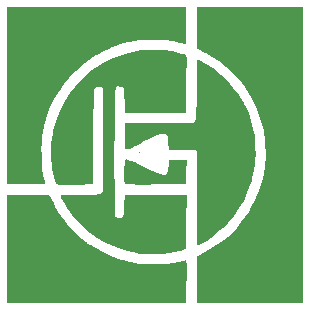
<source format=gbr>
%TF.GenerationSoftware,KiCad,Pcbnew,7.0.2*%
%TF.CreationDate,2023-09-15T20:55:41+09:00*%
%TF.ProjectId,namePlatePCB,6e616d65-506c-4617-9465-5043422e6b69,rev?*%
%TF.SameCoordinates,Original*%
%TF.FileFunction,Soldermask,Top*%
%TF.FilePolarity,Negative*%
%FSLAX46Y46*%
G04 Gerber Fmt 4.6, Leading zero omitted, Abs format (unit mm)*
G04 Created by KiCad (PCBNEW 7.0.2) date 2023-09-15 20:55:41*
%MOMM*%
%LPD*%
G01*
G04 APERTURE LIST*
G04 APERTURE END LIST*
%TO.C,G\u002A\u002A\u002A*%
G36*
X121184389Y-74797361D02*
G01*
X121186207Y-74812315D01*
X121138599Y-74873059D01*
X121123645Y-74874877D01*
X121062901Y-74827269D01*
X121061084Y-74812315D01*
X121108691Y-74751571D01*
X121123645Y-74749753D01*
X121184389Y-74797361D01*
G37*
G36*
X125127586Y-64051724D02*
G01*
X125126264Y-64554996D01*
X125121896Y-64945005D01*
X125113879Y-65233586D01*
X125101612Y-65432575D01*
X125084490Y-65553809D01*
X125061912Y-65609122D01*
X125047949Y-65615763D01*
X124956898Y-65600311D01*
X124774770Y-65558634D01*
X124531118Y-65497749D01*
X124344132Y-65448624D01*
X124129973Y-65393236D01*
X123941749Y-65351553D01*
X123756101Y-65321590D01*
X123549669Y-65301362D01*
X123299095Y-65288884D01*
X122981020Y-65282170D01*
X122572083Y-65279236D01*
X122343596Y-65278601D01*
X121891173Y-65278205D01*
X121539364Y-65280665D01*
X121263657Y-65288247D01*
X121039545Y-65303213D01*
X120842517Y-65327829D01*
X120648066Y-65364358D01*
X120431681Y-65415064D01*
X120185221Y-65477976D01*
X119817671Y-65574333D01*
X119539066Y-65651531D01*
X119316754Y-65719899D01*
X119118081Y-65789765D01*
X118910395Y-65871458D01*
X118808867Y-65913344D01*
X118602612Y-66003265D01*
X118368527Y-66111481D01*
X118136122Y-66223524D01*
X117934906Y-66324930D01*
X117794390Y-66401232D01*
X117745320Y-66434712D01*
X117673754Y-66486230D01*
X117535421Y-66564604D01*
X117495074Y-66585515D01*
X117246613Y-66731537D01*
X116938163Y-66942373D01*
X116599273Y-67195438D01*
X116259490Y-67468144D01*
X115948361Y-67737904D01*
X115779856Y-67896670D01*
X115496722Y-68183511D01*
X115223729Y-68475553D01*
X114974772Y-68756327D01*
X114763746Y-69009362D01*
X114604545Y-69218188D01*
X114511065Y-69366333D01*
X114492118Y-69423138D01*
X114452855Y-69500786D01*
X114445197Y-69505008D01*
X114366716Y-69583151D01*
X114249681Y-69753727D01*
X114105920Y-69994640D01*
X113947262Y-70283791D01*
X113785538Y-70599085D01*
X113632575Y-70918423D01*
X113500202Y-71219709D01*
X113425366Y-71410105D01*
X113242492Y-71963220D01*
X113082661Y-72552756D01*
X112961634Y-73118088D01*
X112927368Y-73325558D01*
X112896138Y-73634139D01*
X112877891Y-74027807D01*
X112871850Y-74478510D01*
X112877238Y-74958197D01*
X112893279Y-75438813D01*
X112919195Y-75892308D01*
X112954210Y-76290628D01*
X112997546Y-76605721D01*
X113021388Y-76720443D01*
X113080296Y-76966030D01*
X113130542Y-77186009D01*
X113160783Y-77330418D01*
X113192526Y-77502463D01*
X111590105Y-77502463D01*
X109987685Y-77502463D01*
X109987685Y-69995074D01*
X109987685Y-62487685D01*
X117557635Y-62487685D01*
X125127586Y-62487685D01*
X125127586Y-64051724D01*
G37*
G36*
X120191251Y-75410751D02*
G01*
X120422761Y-75496017D01*
X120761285Y-75643152D01*
X121206123Y-75851858D01*
X121568933Y-76028770D01*
X122055501Y-76265499D01*
X122445392Y-76446053D01*
X122751697Y-76574313D01*
X122987506Y-76654161D01*
X123165911Y-76689477D01*
X123300001Y-76684143D01*
X123402869Y-76642040D01*
X123465142Y-76590945D01*
X123539121Y-76494271D01*
X123588433Y-76362356D01*
X123619460Y-76167040D01*
X123638585Y-75880161D01*
X123641387Y-75813300D01*
X123657389Y-75406650D01*
X124408128Y-75406650D01*
X125158867Y-75406650D01*
X125141311Y-76435618D01*
X125134662Y-76779724D01*
X125127445Y-77076496D01*
X125120291Y-77304946D01*
X125113831Y-77444089D01*
X125110030Y-77477140D01*
X125043392Y-77483158D01*
X124867668Y-77488824D01*
X124598897Y-77494073D01*
X124253116Y-77498842D01*
X123846362Y-77503064D01*
X123394674Y-77506678D01*
X122914089Y-77509618D01*
X122420644Y-77511820D01*
X121930377Y-77513220D01*
X121459326Y-77513755D01*
X121023528Y-77513359D01*
X120639021Y-77511969D01*
X120321843Y-77509520D01*
X120088030Y-77505949D01*
X119953622Y-77501191D01*
X119927545Y-77497871D01*
X119907989Y-77424938D01*
X119893730Y-77245919D01*
X119885498Y-76979769D01*
X119884028Y-76645441D01*
X119886452Y-76434234D01*
X119903694Y-75406650D01*
X120067455Y-75387654D01*
X120191251Y-75410751D01*
G37*
G36*
X126206145Y-66963510D02*
G01*
X126407174Y-67056477D01*
X126662638Y-67195115D01*
X126948714Y-67366083D01*
X127241580Y-67556038D01*
X127406089Y-67670316D01*
X127731478Y-67924157D01*
X128096983Y-68244046D01*
X128471984Y-68600193D01*
X128825865Y-68962807D01*
X129128004Y-69302097D01*
X129281076Y-69494581D01*
X129414953Y-69671870D01*
X129520021Y-69806634D01*
X129573649Y-69869847D01*
X129573768Y-69869951D01*
X129622130Y-69939010D01*
X129705665Y-70080946D01*
X129761808Y-70182758D01*
X129855203Y-70349727D01*
X129926611Y-70466095D01*
X129949135Y-70495566D01*
X129991205Y-70567793D01*
X130057853Y-70715917D01*
X130095474Y-70808374D01*
X130172836Y-70989765D01*
X130241497Y-71125671D01*
X130264207Y-71160073D01*
X130323149Y-71270945D01*
X130405144Y-71479262D01*
X130502339Y-71761226D01*
X130606877Y-72093034D01*
X130710906Y-72450888D01*
X130798497Y-72779064D01*
X130867855Y-73080324D01*
X130918168Y-73376283D01*
X130953564Y-73702193D01*
X130978173Y-74093309D01*
X130991159Y-74423735D01*
X131001672Y-74970679D01*
X130990660Y-75434911D01*
X130953848Y-75857651D01*
X130886958Y-76280117D01*
X130785713Y-76743527D01*
X130725237Y-76986439D01*
X130656860Y-77220735D01*
X130558837Y-77514306D01*
X130441372Y-77840849D01*
X130314668Y-78174061D01*
X130188929Y-78487637D01*
X130074360Y-78755275D01*
X129981163Y-78950669D01*
X129930479Y-79035221D01*
X129877145Y-79111474D01*
X129772239Y-79266761D01*
X129632916Y-79475563D01*
X129530928Y-79629556D01*
X129350332Y-79889964D01*
X129161631Y-80140723D01*
X128994738Y-80342849D01*
X128931326Y-80410980D01*
X128771950Y-80583092D01*
X128637622Y-80748632D01*
X128586721Y-80823442D01*
X128466392Y-80975848D01*
X128349898Y-81074284D01*
X128204452Y-81177754D01*
X127985674Y-81349642D01*
X127712918Y-81574309D01*
X127405537Y-81836116D01*
X127383184Y-81855464D01*
X127200414Y-82003583D01*
X126976407Y-82171474D01*
X126848029Y-82262033D01*
X126554095Y-82455287D01*
X126340418Y-82575217D01*
X126190961Y-82628393D01*
X126089683Y-82621382D01*
X126045156Y-82590804D01*
X126037828Y-82522537D01*
X126030910Y-82339885D01*
X126024515Y-82053585D01*
X126018757Y-81674375D01*
X126013748Y-81212993D01*
X126009601Y-80680176D01*
X126006431Y-80086662D01*
X126004349Y-79443188D01*
X126003470Y-78760492D01*
X126003448Y-78633193D01*
X126003448Y-74717290D01*
X125864879Y-74630752D01*
X125758954Y-74591055D01*
X125582037Y-74566413D01*
X125316261Y-74555390D01*
X124943761Y-74556551D01*
X124942096Y-74556577D01*
X124623289Y-74563004D01*
X124334309Y-74571375D01*
X124106876Y-74580608D01*
X123972707Y-74589622D01*
X123972383Y-74589658D01*
X123813460Y-74599380D01*
X123712357Y-74571362D01*
X123656090Y-74484226D01*
X123631674Y-74316592D01*
X123626126Y-74047080D01*
X123626108Y-74019489D01*
X123619651Y-73696029D01*
X123592802Y-73477351D01*
X123534342Y-73343451D01*
X123433053Y-73274324D01*
X123277716Y-73249967D01*
X123193616Y-73248276D01*
X122949900Y-73270297D01*
X122709994Y-73325297D01*
X122648404Y-73347371D01*
X122323662Y-73489246D01*
X121945922Y-73668326D01*
X121554833Y-73864581D01*
X121190046Y-74057981D01*
X120891210Y-74228496D01*
X120831122Y-74265409D01*
X120554383Y-74421779D01*
X120332385Y-74504074D01*
X120163700Y-74525823D01*
X119903694Y-74530788D01*
X119903694Y-73435960D01*
X119903694Y-72341133D01*
X122834022Y-72309852D01*
X125764351Y-72278571D01*
X125883899Y-72130877D01*
X125913706Y-72088479D01*
X125938111Y-72034032D01*
X125957652Y-71955501D01*
X125972866Y-71840852D01*
X125984291Y-71678053D01*
X125992466Y-71455071D01*
X125997928Y-71159871D01*
X126001215Y-70780420D01*
X126002864Y-70304686D01*
X126003415Y-69720634D01*
X126003448Y-69456369D01*
X126004186Y-68804583D01*
X126006605Y-68268256D01*
X126011010Y-67837733D01*
X126017706Y-67503358D01*
X126026999Y-67255474D01*
X126039194Y-67084427D01*
X126054597Y-66980560D01*
X126073513Y-66934217D01*
X126083375Y-66929556D01*
X126206145Y-66963510D01*
G37*
G36*
X123169690Y-66136213D02*
G01*
X123561225Y-66166483D01*
X123657389Y-66178241D01*
X123935139Y-66224036D01*
X124234592Y-66286507D01*
X124529499Y-66358519D01*
X124793610Y-66432935D01*
X125000676Y-66502620D01*
X125124445Y-66560437D01*
X125147101Y-66583230D01*
X125151420Y-66658369D01*
X125153988Y-66844585D01*
X125154838Y-67127843D01*
X125154009Y-67494110D01*
X125151536Y-67929351D01*
X125147456Y-68419533D01*
X125141805Y-68950622D01*
X125140727Y-69041010D01*
X125111738Y-71433990D01*
X122992568Y-71447892D01*
X122464585Y-71451313D01*
X121954858Y-71454535D01*
X121482511Y-71457443D01*
X121066666Y-71459922D01*
X120726447Y-71461858D01*
X120480976Y-71463135D01*
X120388547Y-71463533D01*
X119903694Y-71465271D01*
X119903141Y-70419939D01*
X119901363Y-70004193D01*
X119892827Y-69697120D01*
X119871975Y-69482277D01*
X119833248Y-69343219D01*
X119771088Y-69263503D01*
X119679937Y-69226685D01*
X119554236Y-69216321D01*
X119496150Y-69215898D01*
X119420830Y-69213104D01*
X119354745Y-69209820D01*
X119297283Y-69213691D01*
X119247831Y-69232362D01*
X119205778Y-69273478D01*
X119170512Y-69344685D01*
X119141420Y-69453627D01*
X119117891Y-69607950D01*
X119099312Y-69815298D01*
X119085070Y-70083318D01*
X119074555Y-70419654D01*
X119067154Y-70831951D01*
X119062254Y-71327854D01*
X119059244Y-71915009D01*
X119057511Y-72601061D01*
X119056443Y-73393656D01*
X119055429Y-74300437D01*
X119054857Y-74727458D01*
X119053887Y-75755348D01*
X119054197Y-76662837D01*
X119055840Y-77454641D01*
X119058871Y-78135477D01*
X119063345Y-78710062D01*
X119069315Y-79183110D01*
X119076838Y-79559339D01*
X119085966Y-79843465D01*
X119096754Y-80040204D01*
X119109257Y-80154272D01*
X119117859Y-80185481D01*
X119209323Y-80281167D01*
X119369445Y-80316378D01*
X119426987Y-80317734D01*
X119586995Y-80307704D01*
X119703444Y-80266168D01*
X119783724Y-80175961D01*
X119835229Y-80019913D01*
X119865350Y-79780858D01*
X119881479Y-79441630D01*
X119886149Y-79251366D01*
X119903694Y-78409606D01*
X120216502Y-78378325D01*
X120350474Y-78371976D01*
X120593192Y-78367756D01*
X120928298Y-78365668D01*
X121339434Y-78365709D01*
X121810241Y-78367881D01*
X122324361Y-78372183D01*
X122844088Y-78378325D01*
X125158867Y-78409606D01*
X125135261Y-80693103D01*
X125129518Y-81214459D01*
X125123544Y-81694866D01*
X125117566Y-82120330D01*
X125111811Y-82476855D01*
X125106504Y-82750447D01*
X125101871Y-82927109D01*
X125098139Y-82992847D01*
X125098094Y-82992914D01*
X125035808Y-83014786D01*
X124879217Y-83060404D01*
X124655137Y-83122120D01*
X124496084Y-83164584D01*
X124110638Y-83245609D01*
X123640459Y-83312129D01*
X123118346Y-83362373D01*
X122577100Y-83394575D01*
X122049522Y-83406964D01*
X121568412Y-83397774D01*
X121166570Y-83365236D01*
X121061084Y-83349773D01*
X120103789Y-83140891D01*
X119185458Y-82846170D01*
X118327237Y-82474065D01*
X117550273Y-82033031D01*
X117247679Y-81825211D01*
X116991670Y-81622192D01*
X116684551Y-81353299D01*
X116355053Y-81046180D01*
X116031905Y-80728481D01*
X115743837Y-80427848D01*
X115519581Y-80171930D01*
X115486092Y-80130049D01*
X115263975Y-79831999D01*
X115047700Y-79515926D01*
X114850155Y-79203508D01*
X114684229Y-78916425D01*
X114562812Y-78676353D01*
X114498791Y-78504971D01*
X114492118Y-78458252D01*
X114491086Y-78429203D01*
X114497447Y-78406794D01*
X114525384Y-78390310D01*
X114589081Y-78379035D01*
X114702722Y-78372254D01*
X114880490Y-78369253D01*
X115136571Y-78369317D01*
X115485147Y-78371730D01*
X115940402Y-78375778D01*
X116100007Y-78377206D01*
X116639353Y-78379609D01*
X117067362Y-78374851D01*
X117397718Y-78360905D01*
X117644103Y-78335744D01*
X117820198Y-78297343D01*
X117939687Y-78243674D01*
X118016250Y-78172711D01*
X118062008Y-78086593D01*
X118072912Y-77995718D01*
X118082974Y-77788000D01*
X118092085Y-77471717D01*
X118100135Y-77055146D01*
X118107015Y-76546566D01*
X118112618Y-75954254D01*
X118116833Y-75286488D01*
X118119553Y-74551547D01*
X118120667Y-73757707D01*
X118120689Y-73625692D01*
X118120689Y-69319137D01*
X117948645Y-69260677D01*
X117748859Y-69233812D01*
X117544107Y-69267959D01*
X117383447Y-69350774D01*
X117329700Y-69416439D01*
X117320068Y-69496725D01*
X117310440Y-69691247D01*
X117301004Y-69989115D01*
X117291952Y-70379442D01*
X117283473Y-70851341D01*
X117275757Y-71393922D01*
X117268995Y-71996299D01*
X117263377Y-72647583D01*
X117259092Y-73336887D01*
X117258282Y-73506926D01*
X117240457Y-77487990D01*
X115756805Y-77515998D01*
X115333817Y-77521868D01*
X114949170Y-77523193D01*
X114621652Y-77520234D01*
X114370054Y-77513250D01*
X114213168Y-77502499D01*
X114171818Y-77494113D01*
X114093560Y-77397852D01*
X114012469Y-77197149D01*
X113932371Y-76912506D01*
X113857094Y-76564426D01*
X113790466Y-76173414D01*
X113736313Y-75759970D01*
X113698462Y-75344600D01*
X113680741Y-74947806D01*
X113679910Y-74858824D01*
X113690151Y-74491138D01*
X113719199Y-74077252D01*
X113762919Y-73652947D01*
X113817178Y-73254004D01*
X113877839Y-72916203D01*
X113927449Y-72716502D01*
X114213735Y-71854180D01*
X114522503Y-71095244D01*
X114866228Y-70418361D01*
X115257381Y-69802196D01*
X115708438Y-69225412D01*
X116231871Y-68666677D01*
X116378054Y-68524877D01*
X117181964Y-67840245D01*
X118040161Y-67267948D01*
X118955216Y-66806694D01*
X119929698Y-66455194D01*
X120966175Y-66212156D01*
X120991077Y-66207778D01*
X121329765Y-66165143D01*
X121754918Y-66136250D01*
X122228588Y-66121516D01*
X122712828Y-66121364D01*
X123169690Y-66136213D01*
G37*
G36*
X135012315Y-75000000D02*
G01*
X135012315Y-87512315D01*
X130507882Y-87512315D01*
X126003448Y-87512315D01*
X126004406Y-85588547D01*
X126006090Y-85108226D01*
X126010401Y-84667173D01*
X126016967Y-84281238D01*
X126025413Y-83966271D01*
X126035368Y-83738119D01*
X126046458Y-83612633D01*
X126051327Y-83594414D01*
X126123722Y-83538742D01*
X126283195Y-83443636D01*
X126504029Y-83323814D01*
X126691625Y-83227989D01*
X127402832Y-82839795D01*
X128033870Y-82417370D01*
X128629669Y-81928820D01*
X128964275Y-81614849D01*
X129414038Y-81157041D01*
X129791416Y-80727447D01*
X130120811Y-80292712D01*
X130426626Y-79819478D01*
X130733265Y-79274388D01*
X130874351Y-79003941D01*
X131297032Y-78043847D01*
X131604329Y-77046822D01*
X131796242Y-76024336D01*
X131872772Y-74987854D01*
X131833919Y-73948845D01*
X131679683Y-72918776D01*
X131410063Y-71909116D01*
X131025061Y-70931332D01*
X130874257Y-70620689D01*
X130598125Y-70092210D01*
X130350297Y-69653366D01*
X130112248Y-69277762D01*
X129865455Y-68939005D01*
X129591392Y-68610700D01*
X129271536Y-68266453D01*
X129097276Y-68088785D01*
X128510916Y-67536804D01*
X127933785Y-67076709D01*
X127331459Y-66683126D01*
X126797379Y-66393609D01*
X126526362Y-66254116D01*
X126296462Y-66128605D01*
X126131019Y-66030322D01*
X126053369Y-65972514D01*
X126051953Y-65970530D01*
X126039642Y-65890779D01*
X126028481Y-65702884D01*
X126018924Y-65423820D01*
X126011425Y-65070565D01*
X126006438Y-64660094D01*
X126004418Y-64209386D01*
X126004406Y-64192487D01*
X126003448Y-62487685D01*
X130507882Y-62487685D01*
X135012315Y-62487685D01*
X135012315Y-75000000D01*
G37*
G36*
X113907094Y-79097690D02*
G01*
X114052096Y-79381981D01*
X114188126Y-79633952D01*
X114300510Y-79827359D01*
X114374573Y-79935955D01*
X114377898Y-79939655D01*
X114463057Y-80045768D01*
X114492118Y-80106108D01*
X114535079Y-80203861D01*
X114653888Y-80371280D01*
X114833435Y-80592109D01*
X115058610Y-80850095D01*
X115314301Y-81128981D01*
X115585399Y-81412514D01*
X115856794Y-81684438D01*
X116113373Y-81928499D01*
X116340028Y-82128442D01*
X116462808Y-82226046D01*
X116613486Y-82340088D01*
X116718646Y-82422590D01*
X116744335Y-82444647D01*
X116852958Y-82528741D01*
X117051821Y-82657613D01*
X117319999Y-82818614D01*
X117636565Y-82999095D01*
X117901724Y-83144240D01*
X118617105Y-83494651D01*
X119348028Y-83779934D01*
X120144193Y-84019105D01*
X120279064Y-84053886D01*
X120504759Y-84109514D01*
X120699123Y-84151772D01*
X120884702Y-84182441D01*
X121084041Y-84203300D01*
X121319684Y-84216129D01*
X121614177Y-84222710D01*
X121990065Y-84224822D01*
X122437438Y-84224325D01*
X122914061Y-84222353D01*
X123287175Y-84217868D01*
X123578391Y-84209182D01*
X123809322Y-84194609D01*
X124001579Y-84172462D01*
X124176772Y-84141052D01*
X124356515Y-84098694D01*
X124486531Y-84064353D01*
X124742726Y-84000694D01*
X124955296Y-83958246D01*
X125094412Y-83942439D01*
X125129210Y-83947309D01*
X125149627Y-84024586D01*
X125162338Y-84226461D01*
X125167342Y-84553003D01*
X125164642Y-85004278D01*
X125154238Y-85580353D01*
X125150297Y-85749522D01*
X125107600Y-87512315D01*
X117547642Y-87512315D01*
X109987685Y-87512315D01*
X109987685Y-82945320D01*
X109987685Y-78378325D01*
X111769097Y-78378325D01*
X113550510Y-78378325D01*
X113907094Y-79097690D01*
G37*
%TD*%
M02*

</source>
